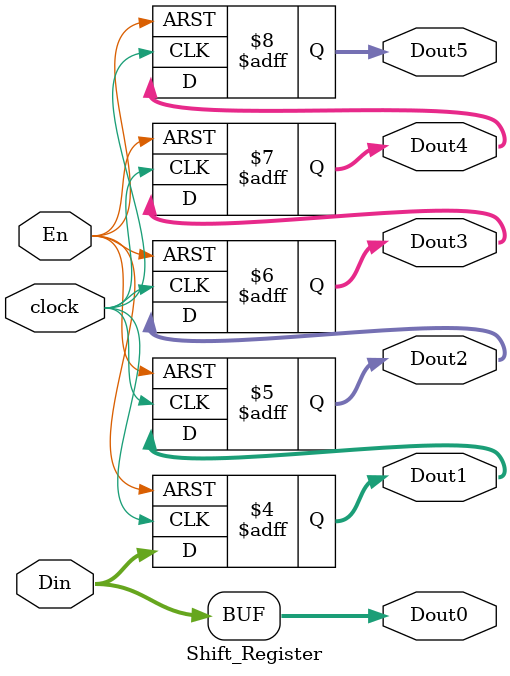
<source format=v>
module Shift_Register(
    output reg [6:0] Dout1, Dout2, Dout3, Dout4, Dout5,
	 output wire [6:0]Dout0,
    input wire clock, En,
    input wire [6:0] Din
);

assign Dout0 = Din;

initial
begin
        Dout1 = 7'b1111111;
        Dout2 = 7'b1111111;
        Dout3 = 7'b1111111;
        Dout4 = 7'b1111111;
        Dout5 = 7'b1111111;
end

    always @(posedge clock, negedge En ) begin : SHIFT_REGISTER
        
		  if (En == 1'b0) begin
		  		Dout5 <= 7'b11111111;
            Dout4 <= 7'b11111111;
            Dout3 <= 7'b11111111;
            Dout2 <= 7'b11111111;
            Dout1 <= 7'b11111111;
            
		  /*
		      Dout0 <= 7'b1111111;
				Dout1<=Din;
            Dout1 <= 7'b1111111;
				Dout2 <=Din;
            Dout2 <= 7'b1111111;
				Dout3 <=Din;
            Dout3 <= 7'b1111111;
				Dout4 <=Din;
            Dout4 <= 7'b1111111;
				Dout5 <=Din;
            Dout5 <= 7'b1111111;
		  */
		  /*
		  Dout0 = 7'b1111111;
        Dout1 = 7'b1111111;
        Dout2 = 7'b1111111;
        Dout3 = 7'b1111111;
        Dout4 = 7'b1111111;
        Dout5 = 7'b1111111;
        */

				
        end else begin
		  		Dout5 <= Dout4;
            Dout4 <= Dout3;
            Dout3 <= Dout2;
            Dout2 <= Dout1;
            Dout1 <= Din;

        end
    end

endmodule


</source>
